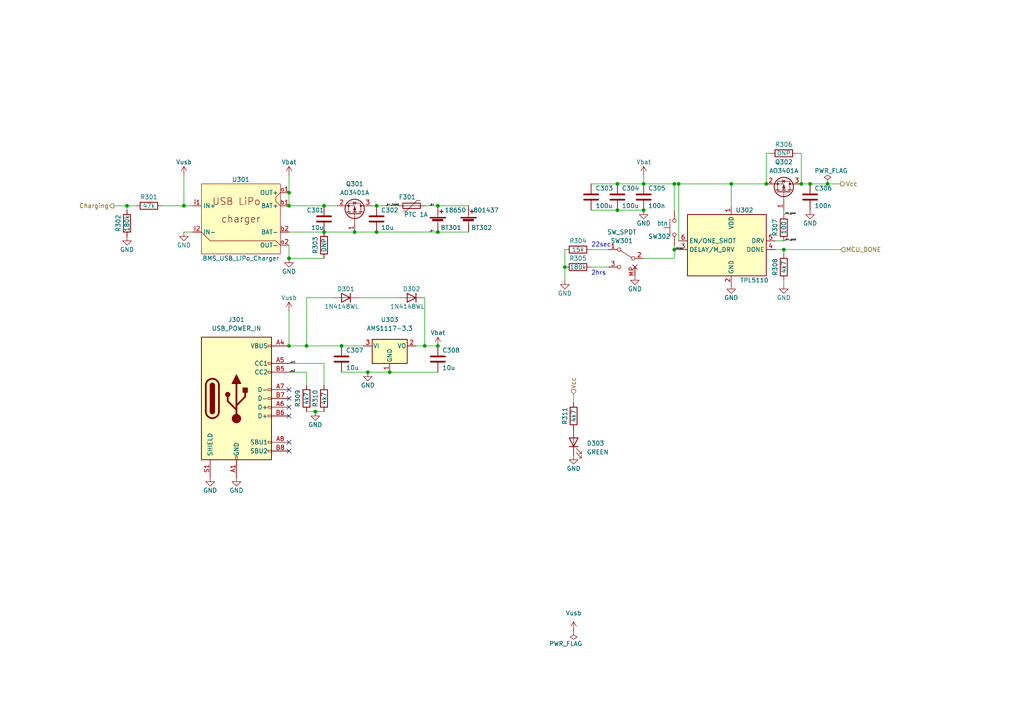
<source format=kicad_sch>
(kicad_sch (version 20211123) (generator eeschema)
  (paper "A4")
  (title_block (title "WiScale") (date "2023-02-05") (rev "1.1"))
  (lib_symbols
    (symbol "-modules:BMS_USB_LiPo_Charger"
      (property "Reference" "U" (at 0 11.43 0))
      (property "Value" "BMS_USB_LiPo_Charger" (at 0 -11.43 0))
      (symbol "BMS_USB_LiPo_Charger_0_0"
        (rectangle (start -11.43 10.16) (end 11.43 -10.16) (fill (type background)))
        (polyline (pts (xy -11.43 -3.81) (xy -8.89 -6.35) (xy 10.16 -6.35) (xy 11.43 -7.62)))
        (polyline (pts (xy 11.43 7.62) (xy 10.16 6.35) (xy 10.16 5.08) (xy 11.43 3.81)))
        (text "charger" (at 0 0 0) (effects (font (size 2 2))))
        (text "USB LiPo" (at -1.27 5.08 0) (effects (font (size 2 2))))
      )
      (symbol "BMS_USB_LiPo_Charger_1_1"
        (pin power_out line (at 13.97 3.81 180) (length 2.54) (name "BAT+") (number "b1"))
        (pin power_out line (at 13.97 -3.81 180) (length 2.54) (name "BAT-") (number "b2"))
        (pin power_in line (at -13.97 3.81 0) (length 2.54) (name "IN+") (number "i1"))
        (pin power_in line (at -13.97 -3.81 0) (length 2.54) (name "IN-") (number "i2"))
        (pin power_out line (at 13.97 7.62 180) (length 2.54) (name "OUT+") (number "o1"))
        (pin power_out line (at 13.97 -7.62 180) (length 2.54) (name "OUT-") (number "o2"))
      )
    )
    (symbol "-modules:SW_SPDT" (pin_names (offset 0) hide)
      (property "Reference" "SW301" (at -1.27 5.08 0))
      (property "Value" "SW_SPDT" (at 3.81 -5.08 0))
      (symbol "SW_SPDT_0_0"
        (circle (center -2.032 0) (radius 0.508))
        (circle (center 2.032 -2.54) (radius 0.508))
      )
      (symbol "SW_SPDT_0_1"
        (polyline (pts (xy -1.524 0.254) (xy 1.651 2.286)))
        (circle (center 2.032 2.54) (radius 0.508))
      )
      (symbol "SW_SPDT_1_1"
        (pin passive line (at 5.08 2.54 180) (length 2.54) (name "A") (number "1"))
        (pin passive line (at -5.08 0 0) (length 2.54) (name "B") (number "2"))
        (pin passive line (at 5.08 -2.54 180) (length 2.54) (name "C") (number "3"))
        (pin passive non_logic (at -2.54 -5.08 90) (length 2.54) (name "MP") (number "MP"))
      )
    )
    (symbol "-pwr:Vbat" (power) (pin_names (offset 0))
      (property "Value" "Vbat" (at 0 3.556 0))
      (symbol "Vbat_0_1"
        (polyline (pts (xy -0.762 1.27) (xy 0 2.54)))
        (polyline (pts (xy 0 0) (xy 0 2.54)))
        (polyline (pts (xy 0 2.54) (xy 0.762 1.27)))
      )
      (symbol "Vbat_1_1"
        (pin power_in line (at 0 0 90) (length 0) hide (name "Vbat") (number "1"))
      )
    )
    (symbol "-pwr:Vusb" (power) (pin_names (offset 0))
      (property "Value" "Vusb" (at 0 3.556 0))
      (symbol "Vusb_0_1"
        (polyline (pts (xy -0.762 1.27) (xy 0 2.54)))
        (polyline (pts (xy 0 0) (xy 0 2.54)))
        (polyline (pts (xy 0 2.54) (xy 0.762 1.27)))
      )
      (symbol "Vusb_1_1"
        (pin power_in line (at 0 0 90) (length 0) hide (name "Vusb") (number "1"))
      )
    )
    (symbol "1N4148W_1" (pin_numbers hide) (pin_names hide)
      (property "Reference" "D" (at 0 2.54 0))
      (property "Value" "1N4148W_1" (at 0 -2.54 0))
      (symbol "1N4148W_1_0_1"
        (polyline (pts (xy -1.27 1.27) (xy -1.27 -1.27)) (stroke (width 0.254)))
        (polyline (pts (xy 1.27 0) (xy -1.27 0)))
        (polyline (pts (xy 1.27 1.27) (xy 1.27 -1.27) (xy -1.27 0) (xy 1.27 1.27)) (stroke (width 0.254)))
      )
      (symbol "1N4148W_1_1_1"
        (pin passive line (at -3.81 0 0) (length 2.54) (name "K") (number "1"))
        (pin passive line (at 3.81 0 180) (length 2.54) (name "A") (number "2"))
      )
    )
    (symbol "Connector:USB_C_Receptacle_USB2.0" (pin_names (offset 1.016))
      (property "Reference" "J" (at -10.16 19.05 0))
      (property "Value" "USB_C_Receptacle_USB2.0" (at 19.05 19.05 0))
      (symbol "USB_C_Receptacle_USB2.0_0_0"
        (rectangle (start -0.254 -17.78) (end 0.254 -16.764))
        (rectangle (start 10.16 -14.986) (end 9.144 -15.494))
        (rectangle (start 10.16 -12.446) (end 9.144 -12.954))
        (rectangle (start 10.16 -4.826) (end 9.144 -5.334))
        (rectangle (start 10.16 -2.286) (end 9.144 -2.794))
        (rectangle (start 10.16 0.254) (end 9.144 -0.254))
        (rectangle (start 10.16 2.794) (end 9.144 2.286))
        (rectangle (start 10.16 7.874) (end 9.144 7.366))
        (rectangle (start 10.16 10.414) (end 9.144 9.906))
        (rectangle (start 10.16 15.494) (end 9.144 14.986))
      )
      (symbol "USB_C_Receptacle_USB2.0_0_1"
        (rectangle (start -10.16 17.78) (end 10.16 -17.78) (stroke (width 0.254)) (fill (type background)))
        (arc (start -8.89 -3.81) (mid -6.985 -5.715) (end -5.08 -3.81) (stroke (width 0.508)))
        (arc (start -7.62 -3.81) (mid -6.985 -4.445) (end -6.35 -3.81) (stroke (width 0.254)))
        (arc (start -7.62 -3.81) (mid -6.985 -4.445) (end -6.35 -3.81) (stroke (width 0.254)) (fill (type outline)))
        (rectangle (start -7.62 -3.81) (end -6.35 3.81) (stroke (width 0.254)) (fill (type outline)))
        (arc (start -6.35 3.81) (mid -6.985 4.445) (end -7.62 3.81) (stroke (width 0.254)))
        (arc (start -6.35 3.81) (mid -6.985 4.445) (end -7.62 3.81) (stroke (width 0.254)) (fill (type outline)))
        (arc (start -5.08 3.81) (mid -6.985 5.715) (end -8.89 3.81) (stroke (width 0.508)))
        (circle (center -2.54 1.143) (radius 0.635) (stroke (width 0.254)) (fill (type outline)))
        (circle (center 0 -5.842) (radius 1.27) (fill (type outline)))
        (polyline (pts (xy -8.89 -3.81) (xy -8.89 3.81)) (stroke (width 0.508)))
        (polyline (pts (xy -5.08 3.81) (xy -5.08 -3.81)) (stroke (width 0.508)))
        (polyline (pts (xy 0 -5.842) (xy 0 4.318)) (stroke (width 0.508)))
        (polyline (pts (xy 0 -3.302) (xy -2.54 -0.762) (xy -2.54 0.508)) (stroke (width 0.508)))
        (polyline (pts (xy 0 -2.032) (xy 2.54 0.508) (xy 2.54 1.778)) (stroke (width 0.508)))
        (polyline (pts (xy -1.27 4.318) (xy 0 6.858) (xy 1.27 4.318) (xy -1.27 4.318)) (stroke (width 0.254)) (fill (type outline)))
        (rectangle (start 1.905 1.778) (end 3.175 3.048) (stroke (width 0.254)) (fill (type outline)))
      )
      (symbol "USB_C_Receptacle_USB2.0_1_1"
        (pin passive line (at 0 -22.86 90) (length 5.08) (name "GND") (number "A1"))
        (pin passive line (at 0 -22.86 90) (length 5.08) hide (name "GND") (number "A12"))
        (pin passive line (at 15.24 15.24 180) (length 5.08) (name "VBUS") (number "A4"))
        (pin bidirectional line (at 15.24 10.16 180) (length 5.08) (name "CC1") (number "A5"))
        (pin bidirectional line (at 15.24 -2.54 180) (length 5.08) (name "D+") (number "A6"))
        (pin bidirectional line (at 15.24 2.54 180) (length 5.08) (name "D-") (number "A7"))
        (pin bidirectional line (at 15.24 -12.7 180) (length 5.08) (name "SBU1") (number "A8"))
        (pin passive line (at 15.24 15.24 180) (length 5.08) hide (name "VBUS") (number "A9"))
        (pin passive line (at 0 -22.86 90) (length 5.08) hide (name "GND") (number "B1"))
        (pin passive line (at 0 -22.86 90) (length 5.08) hide (name "GND") (number "B12"))
        (pin passive line (at 15.24 15.24 180) (length 5.08) hide (name "VBUS") (number "B4"))
        (pin bidirectional line (at 15.24 7.62 180) (length 5.08) (name "CC2") (number "B5"))
        (pin bidirectional line (at 15.24 -5.08 180) (length 5.08) (name "D+") (number "B6"))
        (pin bidirectional line (at 15.24 0 180) (length 5.08) (name "D-") (number "B7"))
        (pin bidirectional line (at 15.24 -15.24 180) (length 5.08) (name "SBU2") (number "B8"))
        (pin passive line (at 15.24 15.24 180) (length 5.08) hide (name "VBUS") (number "B9"))
        (pin passive line (at -7.62 -22.86 90) (length 5.08) (name "SHIELD") (number "S1"))
      )
    )
    (symbol "Device:Battery_Cell" (pin_numbers hide) (pin_names (offset 0) hide)
      (property "Reference" "BT" (at 2.54 2.54 0))
      (property "Value" "Battery_Cell" (at 2.54 0 0))
      (symbol "Battery_Cell_0_1"
        (rectangle (start -2.286 1.778) (end 2.286 1.524) (fill (type outline)))
        (rectangle (start -1.5748 1.1938) (end 1.4732 0.6858) (fill (type outline)))
        (polyline (pts (xy 0 0.762) (xy 0 0)))
        (polyline (pts (xy 0 1.778) (xy 0 2.54)))
        (polyline (pts (xy 0.508 3.429) (xy 1.524 3.429)) (stroke (width 0.254)))
        (polyline (pts (xy 1.016 3.937) (xy 1.016 2.921)) (stroke (width 0.254)))
      )
      (symbol "Battery_Cell_1_1"
        (pin passive line (at 0 5.08 270) (length 2.54) (name "+") (number "1"))
        (pin passive line (at 0 -2.54 90) (length 2.54) (name "-") (number "2"))
      )
    )
    (symbol "Device:C" (pin_numbers hide) (pin_names (offset 0.254))
      (property "Reference" "C" (at 0.635 2.54 0))
      (property "Value" "C" (at 0.635 -2.54 0))
      (symbol "C_0_1"
        (polyline (pts (xy -2.032 -0.762) (xy 2.032 -0.762)) (stroke (width 0.508)))
        (polyline (pts (xy -2.032 0.762) (xy 2.032 0.762)) (stroke (width 0.508)))
      )
      (symbol "C_1_1"
        (pin passive line (at 0 3.81 270) (length 2.794) (name "~") (number "1"))
        (pin passive line (at 0 -3.81 90) (length 2.794) (name "~") (number "2"))
      )
    )
    (symbol "Device:LED" (pin_numbers hide) (pin_names (offset 1.016) hide)
      (property "Reference" "D" (at 0 2.54 0))
      (property "Value" "LED" (at 0 -2.54 0))
      (symbol "LED_0_1"
        (polyline (pts (xy -1.27 -1.27) (xy -1.27 1.27)) (stroke (width 0.254)))
        (polyline (pts (xy -1.27 0) (xy 1.27 0)))
        (polyline (pts (xy 1.27 -1.27) (xy 1.27 1.27) (xy -1.27 0) (xy 1.27 -1.27)) (stroke (width 0.254)))
        (polyline (pts (xy -3.048 -0.762) (xy -4.572 -2.286) (xy -3.81 -2.286) (xy -4.572 -2.286) (xy -4.572 -1.524)))
        (polyline (pts (xy -1.778 -0.762) (xy -3.302 -2.286) (xy -2.54 -2.286) (xy -3.302 -2.286) (xy -3.302 -1.524)))
      )
      (symbol "LED_1_1"
        (pin passive line (at -3.81 0 0) (length 2.54) (name "K") (number "1"))
        (pin passive line (at 3.81 0 180) (length 2.54) (name "A") (number "2"))
      )
    )
    (symbol "Device:Polyfuse" (pin_numbers hide) (pin_names (offset 0))
      (property "Reference" "F" (at -2.54 0 90))
      (property "Value" "Polyfuse" (at 2.54 0 90))
      (symbol "Polyfuse_0_1"
        (rectangle (start -0.762 2.54) (end 0.762 -2.54) (stroke (width 0.254)))
        (polyline (pts (xy 0 2.54) (xy 0 -2.54)))
        (polyline (pts (xy -1.524 2.54) (xy -1.524 1.524) (xy 1.524 -1.524) (xy 1.524 -2.54)))
      )
      (symbol "Polyfuse_1_1"
        (pin passive line (at 0 3.81 270) (length 1.27) (name "~") (number "1"))
        (pin passive line (at 0 -3.81 90) (length 1.27) (name "~") (number "2"))
      )
    )
    (symbol "Device:R" (pin_numbers hide) (pin_names (offset 0))
      (property "Reference" "R" (at 2.032 0 90))
      (property "Value" "R" (at 0 0 90))
      (symbol "R_0_1"
        (rectangle (start -1.016 -2.54) (end 1.016 2.54) (stroke (width 0.254)))
      )
      (symbol "R_1_1"
        (pin passive line (at 0 3.81 270) (length 1.27) (name "~") (number "1"))
        (pin passive line (at 0 -3.81 90) (length 1.27) (name "~") (number "2"))
      )
    )
    (symbol "Regulator_Linear:AMS1117-3.3" (pin_names (offset 0.254))
      (property "Reference" "U" (at -3.81 3.175 0))
      (property "Value" "AMS1117-3.3" (at 0 3.175 0))
      (symbol "AMS1117-3.3_0_1"
        (rectangle (start -5.08 -5.08) (end 5.08 1.905) (stroke (width 0.254)) (fill (type background)))
      )
      (symbol "AMS1117-3.3_1_1"
        (pin power_in line (at 0 -7.62 90) (length 2.54) (name "GND") (number "1"))
        (pin power_out line (at 7.62 0 180) (length 2.54) (name "VO") (number "2"))
        (pin power_in line (at -7.62 0 0) (length 2.54) (name "VI") (number "3"))
      )
    )
    (symbol "Switch:SW_Push" (pin_numbers hide) (pin_names (offset 1.016) hide)
      (property "Reference" "SW" (at 1.27 2.54 0))
      (property "Value" "SW_Push" (at 0 -1.524 0))
      (symbol "SW_Push_0_1"
        (circle (center -2.032 0) (radius 0.508))
        (polyline (pts (xy 0 1.27) (xy 0 3.048)))
        (polyline (pts (xy 2.54 1.27) (xy -2.54 1.27)))
        (circle (center 2.032 0) (radius 0.508))
        (pin passive line (at -5.08 0 0) (length 2.54) (name "1") (number "1"))
        (pin passive line (at 5.08 0 180) (length 2.54) (name "2") (number "2"))
      )
    )
    (symbol "Timer:TPL5110"
      (property "Reference" "U" (at -10.16 8.89 0))
      (property "Value" "TPL5110" (at 6.35 8.89 0))
      (symbol "TPL5110_0_1"
        (rectangle (start -12.7 7.62) (end 10.16 -10.16) (stroke (width 0.254)) (fill (type background)))
      )
      (symbol "TPL5110_1_1"
        (pin power_in line (at 0 10.16 270) (length 2.54) (name "VDD") (number "1"))
        (pin power_in line (at 0 -12.7 90) (length 2.54) (name "GND") (number "2"))
        (pin input line (at -15.24 -2.54 0) (length 2.54) (name "DELAY/M_DRV") (number "3"))
        (pin input line (at 12.7 -2.54 180) (length 2.54) (name "DONE") (number "4"))
        (pin output line (at 12.7 0 180) (length 2.54) (name "DRV") (number "5"))
        (pin input line (at -15.24 0 0) (length 2.54) (name "EN/ONE_SHOT") (number "6"))
      )
    )
    (symbol "Transistor_FET:AO3401A" (pin_names hide)
      (property "Reference" "Q" (at 5.08 1.905 0))
      (property "Value" "AO3401A" (at 5.08 0 0))
      (symbol "AO3401A_0_1"
        (polyline (pts (xy 0.254 0) (xy -2.54 0)))
        (polyline (pts (xy 0.254 1.905) (xy 0.254 -1.905)) (stroke (width 0.254)))
        (polyline (pts (xy 0.762 -1.27) (xy 0.762 -2.286)) (stroke (width 0.254)))
        (polyline (pts (xy 0.762 0.508) (xy 0.762 -0.508)) (stroke (width 0.254)))
        (polyline (pts (xy 0.762 2.286) (xy 0.762 1.27)) (stroke (width 0.254)))
        (polyline (pts (xy 2.54 2.54) (xy 2.54 1.778)))
        (polyline (pts (xy 2.54 -2.54) (xy 2.54 0) (xy 0.762 0)))
        (polyline (pts (xy 0.762 1.778) (xy 3.302 1.778) (xy 3.302 -1.778) (xy 0.762 -1.778)))
        (polyline (pts (xy 2.286 0) (xy 1.27 0.381) (xy 1.27 -0.381) (xy 2.286 0)) (fill (type outline)))
        (polyline (pts (xy 2.794 -0.508) (xy 2.921 -0.381) (xy 3.683 -0.381) (xy 3.81 -0.254)))
        (polyline (pts (xy 3.302 -0.381) (xy 2.921 0.254) (xy 3.683 0.254) (xy 3.302 -0.381)))
        (circle (center 1.651 0) (radius 2.794) (stroke (width 0.254)))
        (circle (center 2.54 -1.778) (radius 0.254) (fill (type outline)))
        (circle (center 2.54 1.778) (radius 0.254) (fill (type outline)))
      )
      (symbol "AO3401A_1_1"
        (pin input line (at -5.08 0 0) (length 2.54) (name "G") (number "1"))
        (pin passive line (at 2.54 -5.08 90) (length 2.54) (name "S") (number "2"))
        (pin passive line (at 2.54 5.08 270) (length 2.54) (name "D") (number "3"))
      )
    )
    (symbol "power:GND" (power) (pin_names (offset 0))
      (property "Value" "GND" (at 0 -3.81 0))
      (symbol "GND_0_1"
        (polyline (pts (xy 0 0) (xy 0 -1.27) (xy 1.27 -1.27) (xy 0 -2.54) (xy -1.27 -1.27) (xy 0 -1.27)))
      )
      (symbol "GND_1_1"
        (pin power_in line (at 0 0 270) (length 0) hide (name "GND") (number "1"))
      )
    )
    (symbol "power:PWR_FLAG" (power) (pin_numbers hide) (pin_names (offset 0) hide)
      (property "Value" "PWR_FLAG" (at 0 3.81 0))
      (symbol "PWR_FLAG_0_0"
        (pin power_out line (at 0 0 90) (length 0) (name "pwr") (number "1"))
      )
      (symbol "PWR_FLAG_0_1"
        (polyline (pts (xy 0 0) (xy 0 1.27) (xy -1.016 1.905) (xy 0 2.54) (xy 1.016 1.905) (xy 0 1.27)))
      )
    )
  )
  (junction (at 83.82 59.69))
  (junction (at 93.98 59.69))
  (junction (at 179.07 53.34))
  (junction (at 222.25 53.34))
  (junction (at 99.06 100.33))
  (junction (at 196.85 53.34))
  (junction (at 93.98 67.31))
  (junction (at 91.44 119.38))
  (junction (at 88.9 100.33))
  (junction (at 123.19 100.33))
  (junction (at 240.03 53.34))
  (junction (at 186.69 60.96))
  (junction (at 83.82 55.88))
  (junction (at 83.82 74.93))
  (junction (at 127 67.31))
  (junction (at 109.22 59.69))
  (junction (at 127 59.69))
  (junction (at 36.83 59.69))
  (junction (at 234.95 53.34))
  (junction (at 179.07 60.96))
  (junction (at 109.22 67.31))
  (junction (at 212.09 53.34))
  (junction (at 127 100.33))
  (junction (at 163.83 77.47))
  (junction (at 186.69 53.34))
  (junction (at 227.33 72.39))
  (junction (at 195.58 72.39))
  (junction (at 102.87 67.31))
  (junction (at 106.68 107.95))
  (junction (at 195.58 53.34))
  (junction (at 232.41 53.34))
  (junction (at 113.03 107.95))
  (junction (at 53.34 59.69))
  (junction (at 83.82 100.33))
  (no_connect (at 83.82 130.81))
  (no_connect (at 83.82 113.03))
  (no_connect (at 83.82 115.57))
  (no_connect (at 83.82 128.27))
  (no_connect (at 83.82 120.65))
  (no_connect (at 83.82 118.11))
  (wire (pts (xy 234.95 53.34) (xy 232.41 53.34)))
  (wire (pts (xy 36.83 59.69) (xy 36.83 60.96)))
  (wire (pts (xy 123.19 86.36) (xy 123.19 100.33)))
  (wire (pts (xy 106.68 107.95) (xy 113.03 107.95)))
  (wire (pts (xy 53.34 67.31) (xy 55.88 67.31)))
  (wire (pts (xy 120.65 100.33) (xy 123.19 100.33)))
  (wire (pts (xy 88.9 107.95) (xy 88.9 111.76)))
  (wire (pts (xy 171.45 72.39) (xy 176.53 72.39)))
  (wire (pts (xy 83.82 90.17) (xy 83.82 100.33)))
  (wire (pts (xy 113.03 107.95) (xy 127 107.95)))
  (wire (pts (xy 96.52 86.36) (xy 88.9 86.36)))
  (wire (pts (xy 88.9 119.38) (xy 91.44 119.38)))
  (wire (pts (xy 227.33 73.66) (xy 227.33 72.39)))
  (wire (pts (xy 163.83 81.28) (xy 163.83 77.47)))
  (wire (pts (xy 83.82 74.93) (xy 93.98 74.93)))
  (wire (pts (xy 83.82 107.95) (xy 88.9 107.95)))
  (wire (pts (xy 99.06 100.33) (xy 105.41 100.33)))
  (wire (pts (xy 231.14 44.45) (xy 232.41 44.45)))
  (wire (pts (xy 46.99 59.69) (xy 53.34 59.69)))
  (wire (pts (xy 224.79 69.85) (xy 227.33 69.85)))
  (wire (pts (xy 127 59.69) (xy 135.89 59.69)))
  (wire (pts (xy 109.22 67.31) (xy 127 67.31)))
  (wire (pts (xy 83.82 67.31) (xy 93.98 67.31)))
  (wire (pts (xy 243.84 53.34) (xy 240.03 53.34)))
  (wire (pts (xy 232.41 44.45) (xy 232.41 53.34)))
  (wire (pts (xy 88.9 100.33) (xy 99.06 100.33)))
  (wire (pts (xy 171.45 60.96) (xy 179.07 60.96)))
  (wire (pts (xy 93.98 59.69) (xy 97.79 59.69)))
  (wire (pts (xy 104.14 86.36) (xy 115.57 86.36)))
  (wire (pts (xy 196.85 53.34) (xy 212.09 53.34)))
  (wire (pts (xy 39.37 59.69) (xy 36.83 59.69)))
  (wire (pts (xy 224.79 72.39) (xy 227.33 72.39)))
  (wire (pts (xy 195.58 74.93) (xy 195.58 72.39)))
  (wire (pts (xy 195.58 72.39) (xy 196.85 72.39)))
  (wire (pts (xy 171.45 77.47) (xy 176.53 77.47)))
  (wire (pts (xy 227.33 62.23) (xy 227.33 60.96)))
  (wire (pts (xy 83.82 55.88) (xy 83.82 59.69)))
  (wire (pts (xy 223.52 44.45) (xy 222.25 44.45)))
  (wire (pts (xy 83.82 100.33) (xy 88.9 100.33)))
  (wire (pts (xy 186.69 74.93) (xy 195.58 74.93)))
  (wire (pts (xy 53.34 59.69) (xy 55.88 59.69)))
  (wire (pts (xy 123.19 59.69) (xy 127 59.69)))
  (wire (pts (xy 222.25 44.45) (xy 222.25 53.34)))
  (wire (pts (xy 36.83 59.69) (xy 33.02 59.69)))
  (wire (pts (xy 123.19 100.33) (xy 127 100.33)))
  (wire (pts (xy 195.58 53.34) (xy 196.85 53.34)))
  (wire (pts (xy 127 67.31) (xy 135.89 67.31)))
  (wire (pts (xy 163.83 72.39) (xy 163.83 77.47)))
  (wire (pts (xy 186.69 53.34) (xy 195.58 53.34)))
  (wire (pts (xy 93.98 105.41) (xy 93.98 111.76)))
  (wire (pts (xy 83.82 105.41) (xy 93.98 105.41)))
  (wire (pts (xy 222.25 53.34) (xy 212.09 53.34)))
  (wire (pts (xy 166.37 114.3) (xy 166.37 116.84)))
  (wire (pts (xy 212.09 53.34) (xy 212.09 59.69)))
  (wire (pts (xy 83.82 59.69) (xy 93.98 59.69)))
  (wire (pts (xy 179.07 60.96) (xy 186.69 60.96)))
  (wire (pts (xy 53.34 50.8) (xy 53.34 59.69)))
  (wire (pts (xy 109.22 59.69) (xy 107.95 59.69)))
  (wire (pts (xy 91.44 119.38) (xy 93.98 119.38)))
  (wire (pts (xy 227.33 72.39) (xy 243.84 72.39)))
  (wire (pts (xy 179.07 53.34) (xy 186.69 53.34)))
  (wire (pts (xy 196.85 69.85) (xy 196.85 53.34)))
  (wire (pts (xy 186.69 50.8) (xy 186.69 53.34)))
  (wire (pts (xy 83.82 71.12) (xy 83.82 74.93)))
  (wire (pts (xy 240.03 53.34) (xy 234.95 53.34)))
  (wire (pts (xy 195.58 71.12) (xy 195.58 72.39)))
  (wire (pts (xy 109.22 59.69) (xy 115.57 59.69)))
  (wire (pts (xy 102.87 67.31) (xy 109.22 67.31)))
  (wire (pts (xy 99.06 107.95) (xy 106.68 107.95)))
  (wire (pts (xy 83.82 50.8) (xy 83.82 55.88)))
  (wire (pts (xy 88.9 86.36) (xy 88.9 100.33)))
  (wire (pts (xy 171.45 53.34) (xy 179.07 53.34)))
  (wire (pts (xy 93.98 67.31) (xy 102.87 67.31)))
  (wire (pts (xy 227.33 82.55) (xy 227.33 81.28)))
  (wire (pts (xy 195.58 53.34) (xy 195.58 60.96)))
  (text "22sec\n\n\n\n2hrs\n" (at 171.45 80.01 0) (effects (font (size 1.27 1.27)) (justify left bottom)))
  (label "_b-" (at 124.46 67.31 0) (effects (font (size 0.5 0.5))))
  (label "_b+_fused" (at 111.76 59.69 0) (effects (font (size 0.5 0.5))))
  (label "_delay" (at 195.58 72.39 0) (effects (font (size 0.5 0.5))))
  (label "_cc2" (at 83.82 107.95 0) (effects (font (size 0.5 0.5))))
  (label "_fet_gate" (at 227.33 62.23 0) (effects (font (size 0.5 0.5))))
  (label "_b+" (at 124.46 59.69 0) (effects (font (size 0.5 0.5))))
  (label "_drv_gate" (at 227.33 69.85 0) (effects (font (size 0.5 0.5))))
  (label "_cc1" (at 83.8807 105.41 0) (effects (font (size 0.5 0.5))))
  (hierarchical_label "Charging" (shape output) (at 33.02 59.69 180))
  (hierarchical_label "Vcc" (shape output) (at 243.84 53.34 0))
  (hierarchical_label "Vcc" (shape input) (at 166.37 114.3 90))
  (hierarchical_label "MCU_DONE" (shape input) (at 243.84 72.39 0))
  (symbol (lib_id "Regulator_Linear:AMS1117-3.3") (at 113.03 100.33 0) (unit 1)
    (property "Reference" "U303" (at 113.03 92.71 0))
    (property "Value" "AMS1117-3.3" (at 113.03 95.25 0))
    (property "Footprint" "Package_TO_SOT_SMD:SOT-223-3_TabPin2" (effects hide))
    (property "Datasheet" "http://www.advanced-monolithic.com/pdf/ds1117.pdf" (effects hide))
  )
  (symbol (lib_id "Device:C") (at 186.69 57.15 180) (unit 1)
    (property "Reference" "C305" (at 187.96 54.61 0) (effects (justify right)))
    (property "Value" "100n" (at 187.96 59.69 0) (effects (justify right)))
    (property "Footprint" "Capacitor_SMD:C_0805_2012Metric_Pad1.18x1.45mm_HandSolder" (effects hide))
  )
  (symbol (lib_id "Transistor_FET:AO3401A") (at 227.33 55.88 270) (mirror x) (unit 1)
    (property "Reference" "Q302" (at 227.33 46.99 90))
    (property "Value" "AO3401A" (at 227.33 49.53 90))
    (property "Footprint" "Package_TO_SOT_SMD:SOT-23" (effects hide))
    (property "Datasheet" "http://www.aosmd.com/pdfs/datasheet/AO3401A.pdf" (effects hide))
    (property "LCSC Part Number" "C347476" (effects hide))
    (property "MPN" "AO3401A" (effects hide))
  )
  (symbol (lib_id "power:GND") (at 186.69 60.96 0) (unit 1)
    (property "Reference" "#PWR0309" (effects hide))
    (property "Value" "GND" (at 186.69 64.77 0))
  )
  (symbol (lib_name "1N4148W_1") (lib_id "Diode:1N4148W") (at 100.33 86.36 180) (unit 1)
    (property "Reference" "D301" (at 102.87 83.82 0) (effects (justify left)))
    (property "Value" "1N4148WL" (at 104.14 88.9 0) (effects (justify left)))
    (property "Footprint" "Diode_SMD:D_SOD-123" (effects hide))
    (property "Datasheet" "https://www.vishay.com/docs/85748/1n4148w.pdf" (effects hide))
    (property "LCSC Part Number" "C2908120" (effects hide))
  )
  (symbol (lib_id "power:GND") (at 184.15 80.01 0) (unit 1)
    (property "Reference" "#PWR0102" (effects hide))
    (property "Value" "GND" (at 184.15 83.82 0))
  )
  (symbol (lib_id "power:GND") (at 166.37 132.08 0) (unit 1)
    (property "Reference" "#PWR0316" (effects hide))
    (property "Value" "GND" (at 166.37 135.89 0))
  )
  (symbol (lib_id "Device:C") (at 171.45 57.15 180) (unit 1)
    (property "Reference" "C303" (at 172.72 54.61 0) (effects (justify right)))
    (property "Value" "100u" (at 172.72 59.69 0) (effects (justify right)))
    (property "Footprint" "Capacitor_SMD:C_1206_3216Metric_Pad1.33x1.80mm_HandSolder" (effects hide))
    (property "Datasheet" "https://datasheet.lcsc.com/lcsc/1811061115_Murata-Electronics-GRM31CR61A107ME05L_C312983.pdf" (effects hide))
    (property "LCSC Part Number" "C312983" (effects hide))
    (property "MPN" "GRM31CR61A107ME05L" (effects hide))
  )
  (symbol (lib_id "Device:R") (at 36.83 64.77 180) (unit 1)
    (property "Reference" "R302" (at 34.29 64.77 90))
    (property "Value" "180k" (at 36.83 64.77 90))
    (property "Footprint" "Resistor_SMD:R_0805_2012Metric_Pad1.20x1.40mm_HandSolder" (effects hide))
  )
  (symbol (lib_id "-modules:BMS_USB_LiPo_Charger") (at 69.85 63.5 0) (unit 1)
    (property "Reference" "U301" (at 69.85 52.07 0))
    (property "Value" "BMS_USB_LiPo_Charger" (at 69.85 74.93 0))
    (property "Footprint" "-local:module_bms_usb_lipo_charger" (effects hide))
  )
  (symbol (lib_id "Device:R") (at 166.37 120.65 180) (unit 1)
    (property "Reference" "R311" (at 163.83 120.65 90))
    (property "Value" "4k7" (at 166.37 120.65 90))
    (property "Footprint" "Resistor_SMD:R_0805_2012Metric_Pad1.20x1.40mm_HandSolder" (effects hide))
  )
  (symbol (lib_id "Device:R") (at 167.64 72.39 90) (unit 1)
    (property "Reference" "R304" (at 167.64 69.85 90))
    (property "Value" "15k" (at 167.64 72.39 90))
    (property "Footprint" "Resistor_SMD:R_0805_2012Metric_Pad1.20x1.40mm_HandSolder" (effects hide))
  )
  (symbol (lib_id "Device:R") (at 93.98 71.12 180) (unit 1)
    (property "Reference" "R303" (at 91.44 71.12 90))
    (property "Value" "DNP" (at 93.98 71.12 90))
    (property "Footprint" "Resistor_SMD:R_0805_2012Metric_Pad1.20x1.40mm_HandSolder" (effects hide))
  )
  (symbol (lib_id "-pwr:Vusb") (at 166.37 182.88 0) (unit 1)
    (property "Reference" "#PWR0105" (effects hide))
    (property "Value" "Vusb" (at 166.37 177.8 0))
  )
  (symbol (lib_id "Transistor_FET:AO3401A") (at 102.87 62.23 270) (mirror x) (unit 1)
    (property "Reference" "Q301" (at 102.87 53.34 90))
    (property "Value" "AO3401A" (at 102.87 55.88 90))
    (property "Footprint" "Package_TO_SOT_SMD:SOT-23" (effects hide))
    (property "Datasheet" "http://www.aosmd.com/pdfs/datasheet/AO3401A.pdf" (effects hide))
    (property "LCSC Part Number" "C347476" (effects hide))
    (property "MPN" "AO3401A" (effects hide))
  )
  (symbol (lib_id "power:GND") (at 163.83 81.28 0) (unit 1)
    (property "Reference" "#PWR0306" (effects hide))
    (property "Value" "GND" (at 163.83 85.09 0))
  )
  (symbol (lib_id "power:GND") (at 91.44 119.38 0) (unit 1)
    (property "Reference" "#PWR0313" (effects hide))
    (property "Value" "GND" (at 91.44 123.19 0))
  )
  (symbol (lib_id "Device:R") (at 93.98 115.57 180) (unit 1)
    (property "Reference" "R310" (at 91.44 115.57 90))
    (property "Value" "4k7" (at 93.98 115.57 90))
    (property "Footprint" "Resistor_SMD:R_0805_2012Metric_Pad1.20x1.40mm_HandSolder" (effects hide))
  )
  (symbol (lib_id "Device:LED") (at 166.37 128.27 90) (unit 1)
    (property "Reference" "D303" (at 170.18 128.5874 90) (effects (justify right)))
    (property "Value" "GREEN" (at 170.18 131.1274 90) (effects (justify right)))
    (property "Footprint" "LED_SMD:LED_0805_2012Metric_Pad1.15x1.40mm_HandSolder" (effects hide))
    (property "Datasheet" "https://datasheet.lcsc.com/lcsc/2211030000_XINGLIGHT-XL-2012UBC_C965817.pdf" (effects hide))
    (property "LCSC Part Number" "C965817" (effects hide))
    (property "MPN" "XL-2012UBC" (effects hide))
  )
  (symbol (lib_name "1N4148W_1") (lib_id "Diode:1N4148W") (at 119.38 86.36 180) (unit 1)
    (property "Reference" "D302" (at 121.92 83.82 0) (effects (justify left)))
    (property "Value" "1N4148WL" (at 123.19 88.9 0) (effects (justify left)))
    (property "Footprint" "Diode_SMD:D_SOD-123" (effects hide))
    (property "Datasheet" "https://www.vishay.com/docs/85748/1n4148w.pdf" (effects hide))
    (property "LCSC Part Number" "C2908120" (effects hide))
  )
  (symbol (lib_id "Device:R") (at 227.33 77.47 180) (unit 1)
    (property "Reference" "R308" (at 224.79 77.47 90))
    (property "Value" "4k7" (at 227.33 77.47 90))
    (property "Footprint" "Resistor_SMD:R_0805_2012Metric_Pad1.20x1.40mm_HandSolder" (effects hide))
  )
  (symbol (lib_id "Device:Battery_Cell") (at 135.89 64.77 0) (unit 1) (in_bom no)
    (property "Reference" "BT302" (at 139.7 66.04 0))
    (property "Value" "801437" (at 140.97 60.96 0))
    (property "Footprint" "-local:BAT_IP801437D3R2" (effects hide))
  )
  (symbol (lib_id "power:GND") (at 36.83 68.58 0) (unit 1)
    (property "Reference" "#PWR0301" (effects hide))
    (property "Value" "GND" (at 36.83 72.39 0))
  )
  (symbol (lib_id "-pwr:Vusb") (at 83.82 90.17 0) (unit 1)
    (property "Reference" "#PWR0103" (effects hide))
    (property "Value" "Vusb" (at 83.82 86.36 0))
  )
  (symbol (lib_id "Device:R") (at 227.33 44.45 90) (unit 1)
    (property "Reference" "R306" (at 227.33 41.91 90))
    (property "Value" "DNP" (at 227.33 44.45 90))
    (property "Footprint" "Resistor_SMD:R_0805_2012Metric_Pad1.20x1.40mm_HandSolder" (effects hide))
  )
  (symbol (lib_id "power:GND") (at 60.96 138.43 0) (unit 1)
    (property "Reference" "#PWR0302" (effects hide))
    (property "Value" "GND" (at 60.96 142.24 0))
  )
  (symbol (lib_id "power:PWR_FLAG") (at 240.03 53.34 0) (unit 1)
    (property "Reference" "#FLG0101" (effects hide))
    (property "Value" "PWR_FLAG" (at 236.22 49.53 0) (effects (justify left)))
  )
  (symbol (lib_id "Device:C") (at 109.22 63.5 180) (unit 1)
    (property "Reference" "C302" (at 110.49 60.96 0) (effects (justify right)))
    (property "Value" "10u" (at 110.49 66.04 0) (effects (justify right)))
    (property "Footprint" "Capacitor_SMD:C_0805_2012Metric_Pad1.18x1.45mm_HandSolder" (effects hide))
  )
  (symbol (lib_id "Device:R") (at 167.64 77.47 90) (unit 1)
    (property "Reference" "R305" (at 167.64 74.93 90))
    (property "Value" "180k" (at 167.64 77.47 90))
    (property "Footprint" "Resistor_SMD:R_0805_2012Metric_Pad1.20x1.40mm_HandSolder" (effects hide))
  )
  (symbol (lib_id "Device:R") (at 227.33 66.04 180) (unit 1)
    (property "Reference" "R307" (at 224.79 66.04 90))
    (property "Value" "100" (at 227.33 66.04 90))
    (property "Footprint" "Resistor_SMD:R_0805_2012Metric_Pad1.20x1.40mm_HandSolder" (effects hide))
  )
  (symbol (lib_id "Device:C") (at 99.06 104.14 180) (unit 1)
    (property "Reference" "C307" (at 100.33 101.6 0) (effects (justify right)))
    (property "Value" "10u" (at 100.33 106.68 0) (effects (justify right)))
    (property "Footprint" "Capacitor_SMD:C_0805_2012Metric_Pad1.18x1.45mm_HandSolder" (effects hide))
  )
  (symbol (lib_id "power:GND") (at 234.95 60.96 0) (unit 1)
    (property "Reference" "#PWR0312" (effects hide))
    (property "Value" "GND" (at 234.95 64.77 0))
  )
  (symbol (lib_id "power:GND") (at 53.34 67.31 0) (unit 1)
    (property "Reference" "#PWR0303" (effects hide))
    (property "Value" "GND" (at 53.34 71.12 0))
  )
  (symbol (lib_id "Device:Polyfuse") (at 119.38 59.69 90) (unit 1)
    (property "Reference" "F301" (at 118.11 57.15 90))
    (property "Value" "PTC 1A" (at 120.65 62.23 90))
    (property "Footprint" "Fuse:Fuse_1206_3216Metric_Pad1.42x1.75mm_HandSolder" (effects hide))
    (property "Datasheet" "https://datasheet.lcsc.com/lcsc/2105241640_Jinrui-Electronic-Materials-Co--JK-nSMD100-16V_C2830246.pdf" (effects hide))
    (property "LCSC Part Number" "C2830246" (effects hide))
    (property "MPN" "JK-nSMD100/16V" (effects hide))
  )
  (symbol (lib_id "Device:C") (at 234.95 57.15 180) (unit 1)
    (property "Reference" "C306" (at 236.22 54.61 0) (effects (justify right)))
    (property "Value" "100n" (at 236.22 59.69 0) (effects (justify right)))
    (property "Footprint" "Capacitor_SMD:C_0805_2012Metric_Pad1.18x1.45mm_HandSolder" (effects hide))
  )
  (symbol (lib_id "Device:C") (at 127 104.14 180) (unit 1)
    (property "Reference" "C308" (at 128.27 101.6 0) (effects (justify right)))
    (property "Value" "10u" (at 128.27 106.68 0) (effects (justify right)))
    (property "Footprint" "Capacitor_SMD:C_0805_2012Metric_Pad1.18x1.45mm_HandSolder" (effects hide))
  )
  (symbol (lib_id "Timer:TPL5110") (at 212.09 69.85 0) (unit 1)
    (property "Reference" "U302" (at 213.36 60.96 0) (effects (justify left)))
    (property "Value" "TPL5110" (at 214.63 81.28 0) (effects (justify left)))
    (property "Footprint" "Package_TO_SOT_SMD:SOT-23-6" (effects hide))
    (property "Datasheet" "http://www.ti.com/lit/ds/symlink/tpl5110.pdf" (effects hide))
    (property "LCSC Part Number" "C125830" (effects hide))
    (property "MPN" "TPL5110" (effects hide))
  )
  (symbol (lib_id "Connector:USB_C_Receptacle_USB2.0") (at 68.58 115.57 0) (unit 1)
    (property "Reference" "J301" (at 68.58 92.71 0))
    (property "Value" "USB_POWER_IN" (at 68.58 95.25 0))
    (property "Footprint" "-local:USB_C_Receptacle_HRO_TYPE-C-31-M-12" (effects hide))
    (property "Datasheet" "https://datasheet.lcsc.com/lcsc/2205251630_Korean-Hroparts-Elec-TYPE-C-31-M-12_C165948.pdf" (effects hide))
    (property "LCSC Part Number" "C165948" (effects hide))
  )
  (symbol (lib_id "power:GND") (at 68.58 138.43 0) (unit 1)
    (property "Reference" "#PWR0307" (effects hide))
    (property "Value" "GND" (at 68.58 142.24 0))
  )
  (symbol (lib_id "power:GND") (at 212.09 82.55 0) (unit 1)
    (property "Reference" "#PWR0310" (effects hide))
    (property "Value" "GND" (at 212.09 86.36 0))
  )
  (symbol (lib_id "-pwr:Vusb") (at 53.34 50.8 0) (unit 1)
    (property "Reference" "#PWR0104" (effects hide))
    (property "Value" "Vusb" (at 53.34 46.99 0))
  )
  (symbol (lib_id "Device:R") (at 88.9 115.57 180) (unit 1)
    (property "Reference" "R309" (at 86.36 115.57 90))
    (property "Value" "4k7" (at 88.9 115.57 90))
    (property "Footprint" "Resistor_SMD:R_0805_2012Metric_Pad1.20x1.40mm_HandSolder" (effects hide))
  )
  (symbol (lib_id "-pwr:Vbat") (at 83.82 50.8 0) (unit 1)
    (property "Reference" "#PWR0304" (effects hide))
    (property "Value" "Vbat" (at 83.82 46.99 0))
  )
  (symbol (lib_id "Device:R") (at 43.18 59.69 90) (unit 1)
    (property "Reference" "R301" (at 43.18 57.15 90))
    (property "Value" "47k" (at 43.18 59.69 90))
    (property "Footprint" "Resistor_SMD:R_0805_2012Metric_Pad1.20x1.40mm_HandSolder" (effects hide))
  )
  (symbol (lib_id "power:GND") (at 227.33 82.55 0) (unit 1)
    (property "Reference" "#PWR0311" (effects hide))
    (property "Value" "GND" (at 227.33 86.36 0))
  )
  (symbol (lib_id "power:GND") (at 106.68 107.95 0) (unit 1)
    (property "Reference" "#PWR0314" (effects hide))
    (property "Value" "GND" (at 106.68 111.76 0))
  )
  (symbol (lib_id "power:GND") (at 83.82 74.93 0) (unit 1)
    (property "Reference" "#PWR0305" (effects hide))
    (property "Value" "GND" (at 83.82 78.74 0))
  )
  (symbol (lib_id "-modules:SW_SPDT") (at 181.61 74.93 0) (mirror y) (unit 1)
    (property "Reference" "SW301" (at 180.34 69.85 0))
    (property "Value" "SW_SPDT" (at 180.34 67.31 0))
    (property "Footprint" "-local:SW_SPDT_PCM12" (effects hide))
    (property "Datasheet" "https://datasheet.lcsc.com/lcsc/1912111437_SHOU-HAN-MSK12C02_C431540.pdf" (effects hide))
    (property "LCSC Part Number" "C431540" (effects hide))
    (property "MPN" "MSK12C02" (effects hide))
  )
  (symbol (lib_id "Device:Battery_Cell") (at 127 64.77 0) (unit 1)
    (property "Reference" "BT301" (at 130.81 66.04 0))
    (property "Value" "18650" (at 132.08 60.96 0))
    (property "Footprint" "-local:BAT_BH-18650-PC" (effects hide))
    (property "Datasheet" "https://datasheet.lcsc.com/lcsc/2204021730_MYOUNG-BH-18650-B1BA002_C2988620.pdf" (effects hide))
    (property "LCSC Part Number" "C2988620" (effects hide))
    (property "MPN" "BH-18650-B1BA002" (effects hide))
  )
  (symbol (lib_id "power:PWR_FLAG") (at 166.37 182.88 180) (unit 1)
    (property "Reference" "#FLG0102" (effects hide))
    (property "Value" "PWR_FLAG" (at 168.91 186.69 0) (effects (justify left)))
  )
  (symbol (lib_id "-pwr:Vbat") (at 127 100.33 0) (unit 1)
    (property "Reference" "#PWR0315" (effects hide))
    (property "Value" "Vbat" (at 127 96.52 0))
  )
  (symbol (lib_id "-pwr:Vbat") (at 186.69 50.8 0) (unit 1)
    (property "Reference" "#PWR0308" (effects hide))
    (property "Value" "Vbat" (at 186.69 46.99 0))
  )
  (symbol (lib_id "Device:C") (at 93.98 63.5 180) (unit 1)
    (property "Reference" "C301" (at 88.9 60.96 0) (effects (justify right)))
    (property "Value" "10u" (at 90.17 66.04 0) (effects (justify right)))
    (property "Footprint" "Capacitor_SMD:C_0805_2012Metric_Pad1.18x1.45mm_HandSolder" (effects hide))
  )
  (symbol (lib_id "Switch:SW_Push") (at 195.58 66.04 90) (unit 1)
    (property "Reference" "SW302" (at 187.96 68.58 90) (effects (justify right)))
    (property "Value" "btn" (at 190.5 64.77 90) (effects (justify right)))
    (property "Footprint" "Connector_PinHeader_2.54mm:PinHeader_1x02_P2.54mm_Vertical" (effects hide))
  )
  (symbol (lib_id "Device:C") (at 179.07 57.15 180) (unit 1)
    (property "Reference" "C304" (at 180.34 54.61 0) (effects (justify right)))
    (property "Value" "100u" (at 180.34 59.69 0) (effects (justify right)))
    (property "Footprint" "Capacitor_SMD:C_1206_3216Metric_Pad1.33x1.80mm_HandSolder" (effects hide))
    (property "Datasheet" "https://datasheet.lcsc.com/lcsc/1811061115_Murata-Electronics-GRM31CR61A107ME05L_C312983.pdf" (effects hide))
    (property "LCSC Part Number" "C312983" (effects hide))
    (property "MPN" "GRM31CR61A107ME05L" (effects hide))
  )
)
</source>
